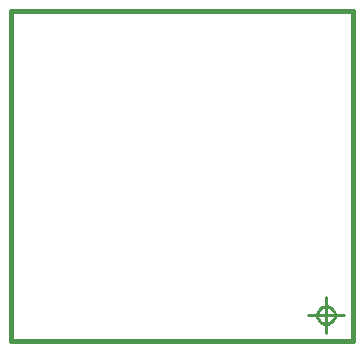
<source format=gbr>
G04 (created by PCBNEW-RS274X (2012-01-19 BZR 3256)-stable) date 07/11/2012 22:21:36*
G01*
G70*
G90*
%MOIN*%
G04 Gerber Fmt 3.4, Leading zero omitted, Abs format*
%FSLAX34Y34*%
G04 APERTURE LIST*
%ADD10C,0.006000*%
%ADD11C,0.011100*%
%ADD12C,0.015000*%
G04 APERTURE END LIST*
G54D10*
G54D11*
X15795Y-15150D02*
X15789Y-15207D01*
X15772Y-15262D01*
X15745Y-15313D01*
X15709Y-15357D01*
X15664Y-15394D01*
X15614Y-15421D01*
X15559Y-15438D01*
X15502Y-15444D01*
X15445Y-15439D01*
X15390Y-15423D01*
X15339Y-15396D01*
X15294Y-15360D01*
X15257Y-15316D01*
X15229Y-15266D01*
X15212Y-15211D01*
X15206Y-15154D01*
X15210Y-15097D01*
X15226Y-15042D01*
X15253Y-14991D01*
X15288Y-14946D01*
X15332Y-14908D01*
X15382Y-14880D01*
X15437Y-14862D01*
X15494Y-14856D01*
X15551Y-14860D01*
X15606Y-14875D01*
X15658Y-14901D01*
X15703Y-14937D01*
X15741Y-14980D01*
X15769Y-15031D01*
X15787Y-15085D01*
X15794Y-15142D01*
X15795Y-15150D01*
X14910Y-15150D02*
X16090Y-15150D01*
X15500Y-14560D02*
X15500Y-15740D01*
G54D12*
X05000Y-16024D02*
X05000Y-05000D01*
X16417Y-16024D02*
X05000Y-16024D01*
X16417Y-05000D02*
X16417Y-16024D01*
X05000Y-05000D02*
X16417Y-05000D01*
M02*

</source>
